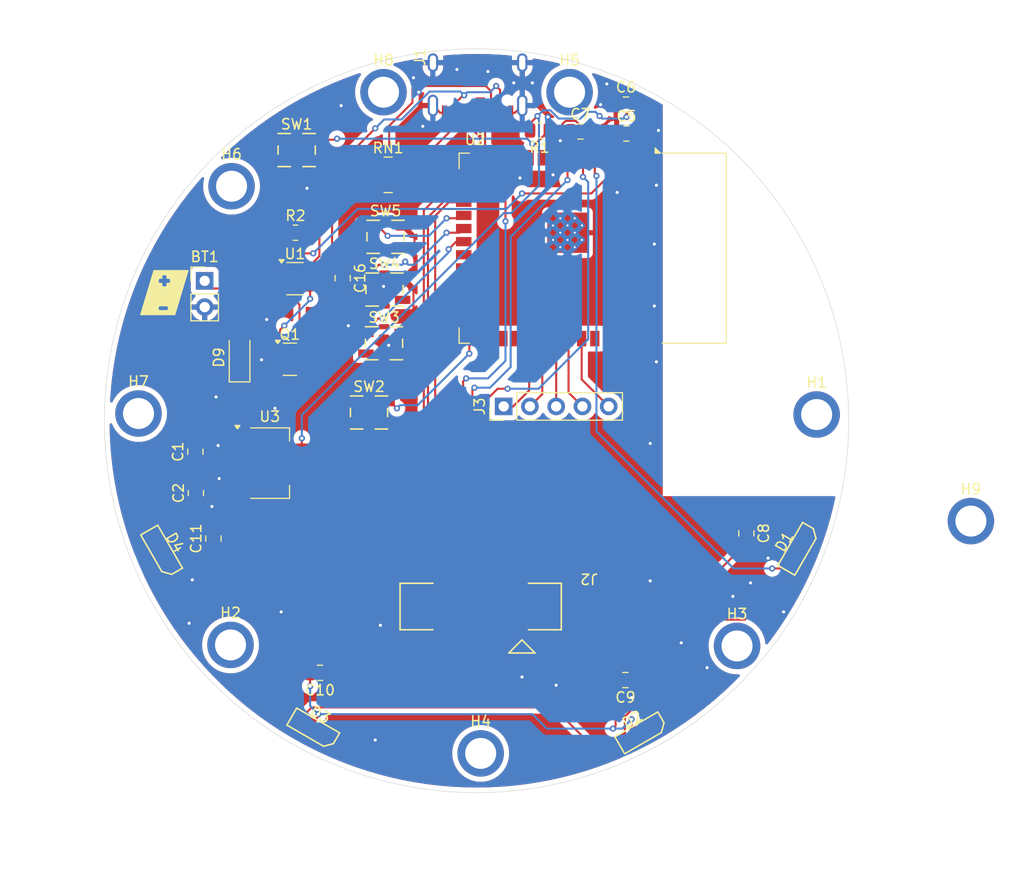
<source format=kicad_pcb>
(kicad_pcb (version 20240108) (generator "pcbnew") (generator_version "8.0")
  (layers (0 "F.Cu" signal) (31 "B.Cu" signal) (34 "B.Paste" user) (35 "F.Paste" user) (36 "B.SilkS" user "B.Silkscreen") (37 "F.SilkS" user "F.Silkscreen") (38 "B.Mask" user) (39 "F.Mask" user) (44 "Edge.Cuts" user))
  (net 0 "")
  (net 1 "VSS")
  (net 2 "Net-(BT1-+)")
  (net 3 "VCC")
  (net 4 "Net-(D9-K)")
  (net 5 "/D+")
  (net 6 "/D-")
  (net 7 "+5V")
  (net 8 "Net-(D1-DOUT)")
  (net 9 "WS2812")
  (net 10 "Net-(D2-DOUT)")
  (net 11 "Net-(D3-DOUT)")
  (net 15 "Net-(J1-CC2)")
  (net 16 "Net-(J1-CC1)")
  (net 17 "MOSI")
  (net 18 "CLK")
  (net 19 "MISO")
  (net 20 "SDA")
  (net 21 "SWIO")
  (net 22 "SCL")
  (net 23 "Net-(U1-PROG)")
  (net 30 "Net-(SW2-B)")
  (net 31 "Center")
  (net 32 "Right")
  (net 33 "Left")
  (net 34 "Charge_Status")
  (net 43 "TX")
  (net 47 "RX")
  (net 51 "Net-(SW1-B)")
  (net 53 "Net-(J3-Pin_4)")
  (net 54 "Net-(J3-Pin_5)")
  (net 55 "Net-(J3-Pin_1)")
  (net 56 "Net-(J3-Pin_3)")
  (net 57 "Net-(J3-Pin_2)")
  (footprint "UL_LED:SK6812SIDE-A-RVS" (layer "F.Cu") (at 96.720433 122.04616 30)
    (property "Reference" "D2")
    (property "Value" "WS2812B")
  )
  (footprint "UL_Standoff:M2ThreadedStandoff" (layer "F.Cu") (at 57.3 69.3)
    (property "Reference" "H6")
    (property "Value" "MountingHole")
  )
  (footprint "UL_Standoff:M2ThreadedStandoff" (layer "F.Cu") (at 128.825 101.715)
    (property "Reference" "H9")
    (property "Value" "MountingHole")
  )
  (footprint "Capacitor_SMD:C_0805_2012Metric" (layer "F.Cu") (at 95.45 61.4)
    (property "Reference" "C6")
    (property "Value" "22uF")
  )
  (footprint "Connector_PinHeader_2.54mm:PinHeader_1x05_P2.54mm_Vertical" (layer "F.Cu") (at 83.625 90.615 90)
    (property "Reference" "J3")
    (property "Value" "Conn_01x05")
  )
  (footprint "UL_Standoff:M2ThreadedStandoff" (layer "F.Cu") (at 72 60.2)
    (property "Reference" "H8")
    (property "Value" "MountingHole")
  )
  (footprint "Capacitor_SMD:C_0805_2012Metric" (layer "F.Cu") (at 95.5 64.2)
    (property "Reference" "C5")
    (property "Value" "100nF")
  )
  (footprint "UL_Buttons:TS3315A" (layer "F.Cu") (at 70.6 91.2)
    (property "Reference" "SW2")
    (property "Value" "SW_SPST")
  )
  (footprint "UL_LED:SK6812SIDE-A-RVS" (layer "F.Cu") (at 50.7 104.45 -60)
    (property "Reference" "D4")
    (property "Value" "WS2812B")
  )
  (footprint "UL_Standoff:M2ThreadedStandoff" (layer "F.Cu") (at 48.3 91.3)
    (property "Reference" "H7")
    (property "Value" "MountingHole")
  )
  (footprint "UL_Standoff:M2ThreadedStandoff" (layer "F.Cu") (at 113.9 91.4)
    (property "Reference" "H1")
    (property "Value" "MountingHole")
  )
  (footprint "Package_TO_SOT_SMD:SOT-223-3_TabPin2" (layer "F.Cu") (at 61 96.1)
    (property "Reference" "U3")
    (property "Value" "TLV1117-33")
  )
  (footprint "UL_LED:SK6812SIDE-A-RVS" (layer "F.Cu") (at 65.244407 121.57116 -30)
    (property "Reference" "D3")
    (property "Value" "WS2812B")
  )
  (footprint "Resistor_SMD:R_0805_2012Metric" (layer "F.Cu") (at 63.4875 73.8)
    (property "Reference" "R2")
    (property "Value" "R_Small")
  )
  (footprint "Capacitor_SMD:C_0805_2012Metric" (layer "F.Cu") (at 65.85 116.4 180)
    (property "Reference" "C10")
    (property "Value" "100nF")
  )
  (footprint "Package_TO_SOT_SMD:SOT-23" (layer "F.Cu") (at 62.9375 86.05)
    (property "Reference" "Q1")
    (property "Value" "AO3401A")
  )
  (footprint "UL_Buttons:TS3315A" (layer "F.Cu") (at 72.05 84.5)
    (property "Reference" "SW3")
    (property "Value" "SW_Push_45deg")
  )
  (footprint "UL_USB:USB_C_Receptical-Jing" (layer "F.Cu") (at 81.1 61.4875 180)
    (property "Reference" "J1")
    (property "Value" "USB_C_Receptacle")
  )
  (footprint "Diode_SMD:D_SOD-123" (layer "F.Cu") (at 58.0775 85.8775 90)
    (property "Reference" "D9")
    (property "Value" "D_Schottky")
  )
  (footprint "Capacitor_SMD:C_0805_2012Metric" (layer "F.Cu") (at 55.55 103.4 90)
    (property "Reference" "C11")
    (property "Value" "100nF")
  )
  (footprint "UL_Standoff:M2ThreadedStandoff" (layer "F.Cu") (at 90 60.2)
    (property "Reference" "H5")
    (property "Value" "MountingHole")
  )
  (footprint "Resistor_SMD:R_Array_Concave_4x0603" (layer "F.Cu") (at 72.45 68.2)
    (property "Reference" "RN1")
    (property "Value" "5.1k")
  )
  (footprint "Package_TO_SOT_SMD:TSOT-23-5" (layer "F.Cu") (at 63.4375 78.25)
    (property "Reference" "U1")
    (property "Value" "LTC4054ES5")
  )
  (footprint "Resistor_SMD:R_0805_2012Metric" (layer "F.Cu") (at 87.0875 63.9 180)
    (property "Reference" "R1")
    (property "Value" "R_Small")
  )
  (footprint "UL_Buttons:TS3315A" (layer "F.Cu") (at 72.1 79.3)
    (property "Reference" "SW4")
    (property "Value" "SW_Push_45deg")
  )
  (footprint "GaussMouse:CON_526100933_MOL" (layer "F.Cu") (at 81.399984 109.982298 180)
    (property "Reference" "J2")
    (property "Value" "Conn_01x09" (hide yes))
  )
  (footprint "UL_LED:SK6812SIDE-A-RVS" (layer "F.Cu") (at 111.9 104.36 60)
    (property "Reference" "D1")
    (property "Value" "WS2812B")
  )
  (footprint "UL_Standoff:M2ThreadedStandoff" (layer "F.Cu") (at 81.4 124.2)
    (property "Reference" "H4")
    (property "Value" "MountingHole")
  )
  (footprint "Connector_PinHeader_2.54mm:PinHeader_1x02_P2.54mm_Vertical" (layer "F.Cu") (at 54.7 78.46)
    (property "Reference" "BT1")
    (property "Value" "Battery_Cell")
  )
  (footprint "kibuzzard-665A311B" (layer "F.Cu") (at 50.8 79.6)
    (property "Reference" "kibuzzard-665A311B" (hide yes))
    (property "Value" "G***" (hide yes))
  )
  (footprint "RF_Module:ESP32-S3-WROOM-1" (layer "F.Cu") (at 92.26 75.3 -90)
    (property "Reference" "U2")
    (property "Value" "ESP32-S3-WROOM-1")
  )
  (footprint "UL_Buttons:TS3315A" (layer "F.Cu") (at 63.6 65.8)
    (property "Reference" "SW1")
    (property "Value" "SW_SPST")
  )
  (footprint "Capacitor_SMD:C_0805_2012Metric" (layer "F.Cu") (at 53.85 99 90)
    (property "Reference" "C2")
    (property "Value" "10uF")
  )
  (footprint "Capacitor_SMD:C_0805_2012Metric" (layer "F.Cu") (at 107.1 102.9 -90)
    (property "Reference" "C8")
    (property "Value" "100nF")
  )
  (footprint "Capacitor_SMD:C_0805_2012Metric" (layer "F.Cu") (at 91.05 64)
    (property "Reference" "C7")
    (property "Value" "100nF")
  )
  (footprint "UL_Buttons:TS3315A" (layer "F.Cu") (at 72.2 74.2)
    (property "Reference" "SW5")
    (property "Value" "SW_Push_45deg")
  )
  (footprint "UL_Standoff:M2ThreadedStandoff" (layer "F.Cu") (at 106.2 113.8)
    (property "Reference" "H3")
    (property "Value" "MountingHole")
  )
  (footprint "Capacitor_SMD:C_0805_2012Metric" (layer "F.Cu") (at 95.4 117.1 180)
    (property "Reference" "C9")
    (property "Value" "100nF")
  )
  (footprint "Capacitor_SMD:C_0805_2012Metric" (layer "F.Cu") (at 53.8 95 90)
    (property "Reference" "C1")
    (property "Value" "10uF")
  )
  (footprint "UL_Standoff:M2ThreadedStandoff" (layer "F.Cu") (at 57.2 113.7)
    (property "Reference" "H2")
    (property "Value" "MountingHole")
  )
  (footprint "Capacitor_SMD:C_0805_2012Metric" (layer "F.Cu") (at 68.05 78.2 -90)
    (property "Reference" "C16")
    (property "Value" "22uF")
  )
  (gr_circle (center 81 92) (end 117 92) (stroke (width 0.05)) (fill none) (layer "Edge.Cuts"))
  (segment (start 73.85 78.3) (end 75 77.15) (width 0.2) (layer "F.Cu") (net 1))
  (segment (start 86.7875 61.4875) (end 85.42 61.4875) (width 0.2) (layer "F.Cu") (net 1))
  (segment (start 74.9 79) (end 74.2 78.3) (width 0.2) (layer "F.Cu") (net 1))
  (segment (start 75 77.15) (end 75 74.25) (width 0.2) (layer "F.Cu") (net 1))
  (segment (start 73.8 83.5) (end 74.9 82.4) (width 0.2) (layer "F.Cu") (net 1))
  (segment (start 53.85 98.05) (end 55.65 98.05) (width 0.2) (layer "F.Cu") (net 1))
  (segment (start 74.2 78.3) (end 73.85 78.3) (width 0.2) (layer "F.Cu") (net 1))
  (segment (start 89.2 64.9) (end 90.1 64) (width 0.2) (layer "F.Cu") (net 1))
  (segment (start 75 74.25) (end 73.95 73.2) (width 0.2) (layer "F.Cu") (net 1))
  (segment (start 94.5 61.4) (end 93 61.4) (width 0.2) (layer "F.Cu") (net 1))
  (segment (start 55.65 98.05) (end 56.1 97.6) (width 0.2) (layer "F.Cu") (net 1))
  (segment (start 84.175 62.1875) (end 84.72 62.1875) (width 0.2) (layer "F.Cu") (net 1))
  (segment (start 78.025 62.1875) (end 77.775 62.1875) (width 0.2) (layer "F.Cu") (net 1))
  (segment (start 77.775 62.1875) (end 77.48 62.1875) (width 0.2) (layer "F.Cu") (net 1))
  (segment (start 74.9 82.4) (end 74.9 79) (width 0.2) (layer "F.Cu") (net 1))
  (segment (start 84.72 62.1875) (end 85.42 61.4875) (width 0.2) (layer "F.Cu") (net 1))
  (segment (start 94.55 61.45) (end 94.5 61.4) (width 0.2) (layer "F.Cu") (net 1))
  (segment (start 77.48 62.1875) (end 76.78 61.4875) (width 0.2) (layer "F.Cu") (net 1))
  (segment (start 87.9 62.6) (end 86.7875 61.4875) (width 0.2) (layer "F.Cu") (net 1))
  (segment (start 94.55 64.2) (end 94.55 61.45) (width 0.2) (layer "F.Cu") (net 1))
  (segment (start 89.1 64.9) (end 89.2 64.9) (width 0.2) (layer "F.Cu") (net 1))
  (via (at 98.6 63.9) (size 0.6) (drill 0.3) (layers "F.Cu" "B.Cu") (net 1))
  (via (at 103.3 115.9) (size 0.6) (drill 0.3) (layers "F.Cu" "B.Cu") (net 1))
  (via (at 75.8 63.5) (size 0.6) (drill 0.3) (layers "F.Cu" "B.Cu") (net 1))
  (via (at 60.2 86.1) (size 0.6) (drill 0.3) (layers "F.Cu" "B.Cu") (net 1))
  (via (at 82.1 58.2) (size 0.6) (drill 0.3) (layers "F.Cu" "B.Cu") (net 1))
  (via (at 89.1 64.9) (size 0.6) (drill 0.3) (layers "F.Cu" "B.Cu") (net 1))
  (via (at 97.8 107.5) (size 0.6) (drill 0.3) (layers "F.Cu" "B.Cu") (net 1))
  (via (at 88.7 117.6) (size 0.6) (drill 0.3) (layers "F.Cu" "B.Cu") (net 1))
  (via (at 72.5 84.7) (size 0.6) (drill 0.3) (layers "F.Cu" "B.Cu") (net 1))
  (via (at 93.6 59.4) (size 0.6) (drill 0.3) (layers "F.Cu" "B.Cu") (net 1))
  (via (at 61.5 90.8) (size 0.6) (drill 0.3) (layers "F.Cu" "B.Cu") (net 1))
  (via (at 93 61.4) (size 0.6) (drill 0.3) (layers "F.Cu" "B.Cu") (net 1))
  (via (at 87.9 62.6) (size 0.6) (drill 0.3) (layers "F.Cu" "B.Cu") (net 1))
  (via (at 100.8 113.5) (size 0.6) (drill 0.3) (layers "F.Cu" "B.Cu") (net 1))
  (via (at 85.2 68.5) (size 0.6) (drill 0.3) (layers "F.Cu" "B.Cu") (net 1))
  (via (at 53.5 107.4) (size 0.6) (drill 0.3) (layers "F.Cu" "B.Cu") (net 1))
  (via (at 107.5 107.7) (size 0.6) (drill 0.3) (layers "F.Cu" "B.Cu") (net 1))
  (via (at 98.4 69.2) (size 0.6) (drill 0.3) (layers "F.Cu" "B.Cu") (net 1))
  (via (at 105.8 109) (size 0.6) (drill 0.3) (layers "F.Cu" "B.Cu") (net 1))
  (via (at 72 79) (size 0.6) (drill 0.3) (layers "F.Cu" "B.Cu") (net 1))
  (via (at 71.7 111.8) (size 0.6) (drill 0.3) (layers "F.Cu" "B.Cu") (net 1))
  (via (at 71.2 122.9) (size 0.6) (drill 0.3) (layers "F.Cu" "B.Cu") (net 1))
  (via (at 55.8 89.7) (size 0.6) (drill 0.3) (layers "F.Cu" "B.Cu") (net 1))
  (via (at 75.4 60.2) (size 0.6) (drill 0.3) (layers "F.Cu" "B.Cu") (net 1))
  (via (at 109.2 105.3) (size 0.6) (drill 0.3) (layers "F.Cu" "B.Cu") (net 1))
  (via (at 84.6 59.3) (size 0.6) (drill 0.3) (layers "F.Cu" "B.Cu") (net 1))
  (via (at 53.2 111.6) (size 0.6) (drill 0.3) (layers "F.Cu" "B.Cu") (net 1))
  (via (at 74.9 58.8) (size 0.6) (drill 0.3) (layers "F.Cu" "B.Cu") (net 1))
  (via (at 67.9 61.5) (size 0.6) (drill 0.3) (layers "F.Cu" "B.Cu") (net 1))
  (via (at 86.4 59.3) (size 0.6) (drill 0.3) (layers "F.Cu" "B.Cu") (net 1))
  (via (at 98.4 86.3) (size 0.6) (drill 0.3) (layers "F.Cu" "B.Cu") (net 1))
  (via (at 96 118.8) (size 0.6) (drill 0.3) (layers "F.Cu" "B.Cu") (net 1))
  (via (at 55.4 100.3) (size 0.6) (drill 0.3) (layers "F.Cu" "B.Cu") (net 1))
  (via (at 56.1 97.6) (size 0.6) (drill 0.3) (layers "F.Cu" "B.Cu") (net 1))
  (via (at 60.7 82.2) (size 0.6) (drill 0.3) (layers "F.Cu" "B.Cu") (net 1))
  (via (at 88.4 68.2) (size 0.6) (drill 0.3) (layers "F.Cu" "B.Cu") (net 1))
  (via (at 62.1 110.5) (size 0.6) (drill 0.3) (layers "F.Cu" "B.Cu") (net 1))
  (via (at 98.2 74.9) (size 0.6) (drill 0.3) (layers "F.Cu" "B.Cu") (net 1))
  (via (at 68.6 82.8) (size 0.6) (drill 0.3) (layers "F.Cu" "B.Cu") (net 1))
  (via (at 94.6 69.9) (size 0.6) (drill 0.3) (layers "F.Cu" "B.Cu") (net 1))
  (via (at 110.7 110.5) (size 0.6) (drill 0.3) (layers "F.Cu" "B.Cu") (net 1))
  (via (at 97.8 94.2) (size 0.6) (drill 0.3) (layers "F.Cu" "B.Cu") (net 1))
  (via (at 56 94.4) (size 0.6) (drill 0.3) (layers "F.Cu" "B.Cu") (net 1))
  (via (at 85.4 116.8) (size 0.6) (drill 0.3) (layers "F.Cu" "B.Cu") (net 1))
  (via (at 79.1 58) (size 0.6) (drill 0.3) (layers "F.Cu" "B.Cu") (net 1))
  (via (at 98.2 80.9) (size 0.6) (drill 0.3) (layers "F.Cu" "B.Cu") (net 1))
  (via (at 64.6 69.5) (size 0.6) (drill 0.3) (layers "F.Cu" "B.Cu") (net 1))
  (segment (start 94.2 59.4) (end 93.6 59.4) (width 0.2) (layer "B.Cu") (net 1))
  (segment (start 98.6 63.8) (end 94.2 59.4) (width 0.2) (layer "B.Cu") (net 1))
  (segment (start 98.6 63.9) (end 98.6 63.8) (width 0.2) (layer "B.Cu") (net 1))
  (segment (start 89.1 64.9) (end 89.1 63.8) (width 0.2) (layer "B.Cu") (net 1))
  (segment (start 89.1 63.8) (end 87.9 62.6) (width 0.2) (layer "B.Cu") (net 1))
  (segment (start 63.875 86.05) (end 63.875 80.775) (width 0.2) (layer "F.Cu") (net 2))
  (segment (start 63.875 80.775) (end 62.3 79.2) (width 0.2) (layer "F.Cu") (net 2))
  (segment (start 54.7 78.46) (end 55.44 79.2) (width 0.2) (layer "F.Cu") (net 2))
  (segment (start 55.44 79.2) (end 62.3 79.2) (width 0.2) (layer "F.Cu") (net 2))
  (segment (start 50.53366 104.141892) (end 52.225552 102.45) (width 0.2) (layer "F.Cu") (net 3))
  (segment (start 94.45 117.1) (end 94.45 121.55) (width 0.2) (layer "F.Cu") (net 3))
  (segment (start 64.1 93.7) (end 64.1 96.05) (width 0.2) (layer "F.Cu") (net 3))
  (segment (start 58.2 102.3) (end 64.9 109) (width 0.2) (layer "F.Cu") (net 3))
  (segment (start 86.175 63.225) (end 86.89038 62.50962) (width 0.2) (layer "F.Cu") (net 3))
  (segment (start 86.175 63.9) (end 86.175 63.225) (width 0.2) (layer "F.Cu") (net 3))
  (segment (start 64.9 116.4) (end 64.9 117.7) (width 0.2) (layer "F.Cu") (net 3))
  (segment (start 85.399969 108.057298) (end 85.407298 108.057298) (width 0.2) (layer "F.Cu") (net 3))
  (segment (start 65.7 120.633798) (end 64.946298 121.3875) (width 0.2) (layer "F.Cu") (net 3))
  (segment (start 85.407298 108.057298) (end 94.45 117.1) (width 0.2) (layer "F.Cu") (net 3))
  (segment (start 64.1 96.05) (end 64.15 96.1) (width 0.2) (layer "F.Cu") (net 3))
  (segment (start 64.15 96.1) (end 57.85 96.1) (width 0.2) (layer "F.Cu") (net 3))
  (segment (start 95.5 62.6) (end 95.5 62.3) (width 0.2) (layer "F.Cu") (net 3))
  (segment (start 64.15 96.1) (end 64.15 96.35) (width 0.2) (layer "F.Cu") (net 3))
  (segment (start 96.25 66.55) (end 96.4 66.4) (width 0.2) (layer "F.Cu") (net 3))
  (segment (start 94.45 117.1) (end 94.45 116.5) (width 0.2) (layer "F.Cu") (net 3))
  (segment (start 96 121.800176) (end 96.412324 122.2125) (width 0.2) (layer "F.Cu") (net 3))
  (segment (start 110.908231 103.85) (end 111.71634 104.658109) (width 0.2) (layer "F.Cu") (net 3))
  (segment (start 64.15 96.35) (end 58.2 102.3) (width 0.2) (layer "F.Cu") (net 3))
  (segment (start 52.225552 102.45) (end 55.55 102.45) (width 0.2) (layer "F.Cu") (net 3))
  (segment (start 57.85 96.1) (end 53.95 96.1) (width 0.2) (layer "F.Cu") (net 3))
  (segment (start 96 120.9) (end 96 121.800176) (width 0.2) (layer "F.Cu") (net 3))
  (segment (start 64.9 109) (end 64.9 116.4) (width 0.2) (layer "F.Cu") (net 3))
  (segment (start 107.1 103.85) (end 110.908231 103.85) (width 0.2) (layer "F.Cu") (net 3))
  (segment (start 94.45 121.55) (end 94.2 121.8) (width 0.2) (layer "F.Cu") (net 3))
  (segment (start 95.5 62.3) (end 96.4 61.4) (width 0.2) (layer "F.Cu") (net 3))
  (segment (start 94.45 116.5) (end 107.1 103.85) (width 0.2) (layer "F.Cu") (net 3))
  (segment (start 53.95 96.1) (end 53.8 95.95) (width 0.2) (layer "F.Cu") (net 3))
  (segment (start 58.2 102.3) (end 58.05 102.45) (width 0.2) (layer "F.Cu") (net 3))
  (segment (start 65.7 120.4) (end 65.7 120.633798) (width 0.2) (layer "F.Cu") (net 3))
  (segment (start 96.4 66.4) (end 96.4 61.4) (width 0.2) (layer "F.Cu") (net 3))
  (segment (start 58.05 102.45) (end 55.55 102.45) (width 0.2) (layer "F.Cu") (net 3))
  (via (at 94.2 121.8) (size 0.6) (drill 0.3) (layers "F.Cu" "B.Cu") (net 3))
  (via (at 64.9 117.7) (size 0.6) (drill 0.3) (layers "F.Cu" "B.Cu") (net 3))
  (via (at 65.7 120.4) (size 0.6) (drill 0.3) (layers "F.Cu" "B.Cu") (net 3))
  (via (at 86.89038 62.50962) (size 0.6) (drill 0.3) (layers "F.Cu" "B.Cu") (net 3))
  (via (at 92.9 62.5) (size 0.6) (drill 0.3) (layers "F.Cu" "B.Cu") (net 3))
  (via (at 95.5 62.6) (size 0.6) (drill 0.3) (layers "F.Cu" "B.Cu") (net 3))
  (via (at 64.1 93.7) (size 0.6) (drill 0.3) (layers "F.Cu" "B.Cu") (net 3))
  (via (at 96 120.9) (size 0.6) (drill 0.3) (layers "F.Cu" "B.Cu") (net 3))
  (segment (start 86.4 120.4) (end 87.8 121.8) (width 0.2) (layer "B.Cu") (net 3))
  (segment (start 88.143755 61.95) (end 87.45 61.95) (width 0.2) (layer "B.Cu") (net 3))
  (segment (start 64.1 93.7) (end 64.1 91.434314) (width 0.2) (layer "B.Cu") (net 3))
  (segment (start 83.634314 71.9) (end 84.365686 71.9) (width 0.2) (layer "B.Cu") (net 3))
  (segment (start 91.706245 62.1) (end 91.056245 62.75) (width 0.2) (layer "B.Cu") (net 3))
  (segment (start 64.9 119.6) (end 65.7 120.4) (width 0.2) (layer "B.Cu") (net 3))
  (segment (start 84.365686 71.9) (end 87.04038 69.225306) (width 0.2) (layer "B.Cu") (net 3))
  (segment (start 88.943755 62.75) (end 88.143755 61.95) (width 0.2) (layer "B.Cu") (net 3))
  (segment (start 95.35 62.75) (end 95.5 62.6) (width 0.2) (layer "B.Cu") (net 3))
  (segment (start 92.5 62.1) (end 91.706245 62.1) (width 0.2) (layer "B.Cu") (net 3))
  (segment (start 87.04038 69.225306) (end 87.04038 62.65962) (width 0.2) (layer "B.Cu") (net 3))
  (segment (start 87.45 61.95) (end 86.89038 62.50962) (width 0.2) (layer "B.Cu") (net 3))
  (segment (start 64.1 91.434314) (end 83.634314 71.9) (width 0.2) (layer "B.Cu") (net 3))
  (segment (start 93.15 62.75) (end 95.35 62.75) (width 0.2) (layer "B.Cu") (net 3))
  (segment (start 87.04038 62.65962) (end 86.89038 62.50962) (width 0.2) (layer "B.Cu") (net 3))
  (segment (start 95.1 121.8) (end 96 120.9) (width 0.2) (layer "B.Cu") (net 3))
  (segment (start 65.7 120.4) (end 86.4 120.4) (width 0.2) (layer "B.Cu") (net 3))
  (segment (start 64.9 117.7) (end 64.9 119.6) (width 0.2) (layer "B.Cu") (net 3))
  (segment (start 92.9 62.5) (end 92.5 62.1) (width 0.2) (layer "B.Cu") (net 3))
  (segment (start 91.056245 62.75) (end 88.943755 62.75) (width 0.2) (layer "B.Cu") (net 3))
  (segment (start 87.8 121.8) (end 95.1 121.8) (width 0.2) (layer "B.Cu") (net 3))
  (segment (start 92.9 62.5) (end 93.15 62.75) (width 0.2) (layer "B.Cu") (net 3))
  (segment (start 61.4725 87.5275) (end 58.0775 87.5275) (width 0.2) (layer "F.Cu") (net 4))
  (segment (start 57.85 98.4) (end 57.8 98.45) (width 0.2) (layer "F.Cu") (net 4))
  (segment (start 62 87) (end 61.4725 87.5275) (width 0.2) (layer "F.Cu") (net 4))
  (segment (start 55.35 98.45) (end 53.85 99.95) (width 0.2) (layer "F.Cu") (net 4))
  (segment (start 51.8 90.8) (end 55.0725 87.5275) (width 0.2) (layer "F.Cu") (net 4))
  (segment (start 55.0725 87.5275) (end 58.0775 87.5275) (width 0.2) (layer "F.Cu") (net 4))
  (segment (start 51.8 99.1) (end 51.8 90.8) (width 0.2) (layer "F.Cu") (net 4))
  (segment (start 52.65 99.95) (end 51.8 99.1) (width 0.2) (layer "F.Cu") (net 4))
  (segment (start 53.85 99.95) (end 52.65 99.95) (width 0.2) (layer "F.Cu") (net 4))
  (segment (start 57.8 98.45) (end 55.35 98.45) (width 0.2) (layer "F.Cu") (net 4))
  (segment (start 81.375 64.6) (end 81.375 66.185) (width 0.2) (layer "F.Cu") (net 5))
  (segment (start 80.35 62.1875) (end 80.35 63.575) (width 0.2) (layer "F.Cu") (net 5))
  (segment (start 81.375 63.262501) (end 81.375 64.6) (width 0.2) (layer "F.Cu") (net 5))
  (segment (start 81.35 63.237501) (end 81.375 63.262501) (width 0.2) (layer "F.Cu") (net 5))
  (segment (start 81.375 66.185) (end 81.01 66.55) (width 0.2) (layer "F.Cu") (net 5))
  (segment (start 80.35 63.575) (end 81.375 64.6) (width 0.2) (layer "F.Cu") (net 5))
  (segment (start 81.35 62.1875) (end 81.35 63.237501) (width 0.2) (layer "F.Cu") (net 5))
  (segment (start 81.825 66.095) (end 82.28 66.55) (width 0.2) (layer "F.Cu") (net 6))
  (segment (start 81.85 62.1875) (end 81.85 63.237501) (width 0.2) (layer "F.Cu") (net 6))
  (segment (start 81 60.8) (end 81.7 60.8) (width 0.2) (layer "F.Cu") (net 6))
  (segment (start 81.825 63.262501) (end 81.825 66.095) (width 0.2) (layer "F.Cu") (net 6))
  (segment (start 80.85 60.95) (end 81 60.8) (width 0.2) (layer "F.Cu") (net 6))
  (segment (start 81.7 60.8) (end 81.85 60.95) (width 0.2) (layer "F.Cu") (net 6))
  (segment (start 81.85 60.95) (end 81.85 62.1875) (width 0.2) (layer "F.Cu") (net 6))
  (segment (start 80.85 62.1875) (end 80.85 60.95) (width 0.2) (layer "F.Cu") (net 6))
  (segment (start 78.575 62.1875) (end 78.575 61.625) (width 0.2) (layer "F.Cu") (net 7))
  (segment (start 58.95 85.1) (end 58.0775 84.2275) (width 0.2) (layer "F.Cu") (net 7))
  (segment (start 82.9 59.6) (end 83.275 59.975) (width 0.2) (layer "F.Cu") (net 7))
  (segment (start 79.7 60.5) (end 79.8 60.5) (width 0.2) (layer "F.Cu") (net 7))
  (segment (start 68.05 79.15) (end 67.025 78.125) (width 0.2) (layer "F.Cu") (net 7))
  (segment (start 83.275 59.975) (end 83.275 62.0875) (width 0.2) (layer "F.Cu") (net 7))
  (segment (start 67.025 78.125) (end 67.025 67.875) (width 0.2) (layer "F.Cu") (net 7))
  (segment (start 62 85.1) (end 62 83.2) (width 0.2) (layer "F.Cu") (net 7))
  (segment (start 64.575 79.2) (end 68 79.2) (width 0.2) (layer "F.Cu") (net 7))
  (segment (start 67.025 67.875) (end 71.2 63.7) (width 0.2) (layer "F.Cu") (net 7))
  (segment (start 64.9 79.525) (end 64.575 79.2) (width 0.2) (layer "F.Cu") (net 7))
  (segment (start 62 83.2) (end 62.4 82.8) (width 0.2) (layer "F.Cu") (net 7))
  (segment (start 64.9 80.2) (end 64.9 79.525) (width 0.2) (layer "F.Cu") (net 7))
  (segment (start 78.575 62.1875) (end 78.825 62.1875) (width 0.2) (layer "F.Cu") (net 7))
  (segment (start 68 79.2) (end 68.05 79.15) (width 0.2) (layer "F.Cu") (net 7))
  (segment (start 78.575 61.625) (end 79.7 60.5) (width 0.2) (layer "F.Cu") (net 7))
  (segment (start 62 85.1) (end 58.95 85.1) (width 0.2) (layer "F.Cu") (net 7))
  (segment (start 83.275 62.0875) (end 83.375 62.1875) (width 0.2) (layer "F.Cu") (net 7))
  (via (at 62.4 82.8) (size 0.6) (drill 0.3) (layers "F.Cu" "B.Cu") (net 7))
  (via (at 79.8 60.5) (size 0.6) (drill 0.3) (layers "F.Cu" "B.Cu") (net 7))
  (via (at 64.9 80.2) (size 0.6) (drill 0.3) (layers "F.Cu" "B.Cu") (net 7))
  (via (at 71.2 63.7) (size 0.6) (drill 0.3) (layers "F.Cu" "B.Cu") (net 7))
  (via (at 82.9 59.6) (size 0.6) (drill 0.3) (layers "F.Cu" "B.Cu") (net 7))
  (segment (start 71.2 63.7) (end 72.0625 62.8375) (width 0.2) (layer "B.Cu") (net 7))
  (segment (start 72.0625 62.8375) (end 73.748629 62.8375) (width 0.2) (layer "B.Cu") (net 7))
  (segment (start 62.4 82.8) (end 64.9 80.3) (width 0.2) (layer "B.Cu") (net 7))
  (segment (start 64.9 80.3) (end 64.9 80.2) (width 0.2) (layer "B.Cu") (net 7))
  (segment (start 76.448629 60.1375) (end 79.4375 60.1375) (width 0.2) (layer "B.Cu") (net 7))
  (segment (start 73.748629 62.8375) (end 76.448629 60.1375) (width 0.2) (layer "B.Cu") (net 7))
  (segment (start 79.8 60.5) (end 80.1 60.2) (width 0.2) (layer "B.Cu") (net 7))
  (segment (start 80.1 60.2) (end 82.3 60.2) (width 0.2) (layer "B.Cu") (net 7))
  (segment (start 79.4375 60.1375) (end 79.8 60.5) (width 0.2) (layer "B.Cu") (net 7))
  (segment (start 82.3 60.2) (end 82.9 59.6) (width 0.2) (layer "B.Cu") (net 7))
  (segment (start 112.710955 104.252548) (end 112.710955 105.489045) (width 0.2) (layer "F.Cu") (net 8))
  (segment (start 112.22884 103.770433) (end 112.710955 104.252548) (width 0.2) (layer "F.Cu") (net 8))
  (segment (start 95.35 122.686954) (end 95.438046 122.775) (width 0.2) (layer "F.Cu") (net 8))
  (segment (start 106.95 111.25) (end 104.730761 111.25) (width 0.2) (layer "F.Cu") (net 8))
  (segment (start 95.35 120.630761) (end 95.35 122.686954) (width 0.2) (layer "F.Cu") (net 8))
  (segment (start 104.730761 111.25) (end 95.35 120.630761) (width 0.2) (layer "F.Cu") (net 8))
  (segment (start 112.710955 105.489045) (end 106.95 111.25) (width 0.2) (layer "F.Cu") (net 8))
  (segment (start 110.486227 106.3) (end 111.15384 105.632387) (width 0.2) (layer "F.Cu") (net 9))
  (segment (start 92.44 68.14) (end 92.6 68.3) (width 0.2) (layer "F.Cu") (net 9))
  (segment (start 92.44 66.55) (end 92.44 68.14) (width 0.2) (layer "F.Cu") (net 9))
  (segment (start 109.6 106.3) (end 110.486227 106.3) (width 0.2) (layer "F.Cu") (net 9))
  (via (at 92.6 68.3) (size 0.6) (drill 0.3) (layers "F.Cu" "B.Cu") (net 9))
  (via (at 109.6 106.3) (size 0.6) (drill 0.3) (layers "F.Cu" "B.Cu") (net 9))
  (segment (start 105.868578 106.3) (end 109.6 106.3) (width 0.2) (layer "B.Cu") (net 9))
  (segment (start 92.6 68.3) (end 92.6 93.031422) (width 0.2) (layer "B.Cu") (net 9))
  (segment (start 92.6 93.031422) (end 105.868578 106.3) (width 0.2) (layer "B.Cu") (net 9))
  (segment (start 65.04702 119.75) (end 63.97202 120.825) (width 0.2) (layer "F.Cu") (net 10))
  (segment (start 92.5 123.8) (end 88.45 119.75) (width 0.2) (layer "F.Cu") (net 10))
  (segment (start 97.3 121.7) (end 97.315433 121.715433) (width 0.2) (layer "F.Cu") (net 10))
  (segment (start 88.45 119.75) (end 65.04702 119.75) (width 0.2) (layer "F.Cu") (net 10))
  (segment (start 96.489687 123.8) (end 92.5 123.8) (width 0.2) (layer "F.Cu") (net 10))
  (segment (start 97.315433 122.974254) (end 96.489687 123.8) (width 0.2) (layer "F.Cu") (net 10))
  (segment (start 97.315433 121.715433) (end 97.315433 122.974254) (width 0.2) (layer "F.Cu") (net 10))
  (segment (start 59.190256 109.5) (end 52.5 109.5) (width 0.2) (layer "F.Cu") (net 11))
  (segment (start 64.184599 122.382115) (end 61.3 119.497516) (width 0.2) (layer "F.Cu") (net 11))
  (segment (start 65.833974 121.9) (end 65.351859 122.382115) (width 0.2) (layer "F.Cu") (net 11))
  (segment (start 48.8 105.8) (end 48.8 104.338773) (width 0.2) (layer "F.Cu") (net 11))
  (segment (start 52.5 109.5) (end 48.8 105.8) (width 0.2) (layer "F.Cu") (net 11))
  (segment (start 48.8 104.338773) (end 49.971161 103.167612) (width 0.2) (layer "F.Cu") (net 11))
  (segment (start 61.3 111.609744) (end 59.190256 109.5) (width 0.2) (layer "F.Cu") (net 11))
  (segment (start 65.351859 122.382115) (end 64.184599 122.382115) (width 0.2) (layer "F.Cu") (net 11))
  (segment (start 61.3 119.497516) (end 61.3 111.609744) (width 0.2) (layer "F.Cu") (net 11))
  (segment (start 79.35 63.0875) (end 75.4375 67) (width 0.2) (layer "F.Cu") (net 15))
  (segment (start 75.4375 67) (end 73.3 67) (width 0.2) (layer "F.Cu") (net 15))
  (segment (start 79.35 62.1875) (end 79.35 63.0875) (width 0.2) (layer "F.Cu") (net 15))
  (segment (start 72.55 67.5) (end 72.85 67.8) (width 0.2) (layer "F.Cu") (net 16))
  (segment (start 82.4 60.1) (end 81.9 59.6) (width 0.2) (layer "F.Cu") (net 16))
  (segment (start 72.85 67.8) (end 73.3 67.8) (width 0.2) (layer "F.Cu") (net 16))
  (segment (start 72.55 63.45) (end 72.55 67.5) (width 0.2) (layer "F.Cu") (net 16))
  (segment (start 81.9 59.6) (end 74.9 59.6) (width 0.2) (layer "F.Cu") (net 16))
  (segment (start 82.35 62.1875) (end 82.35 61.196815) (width 0.2) (layer "F.Cu") (net 16))
  (segment (start 74.9 59.6) (end 74.8 59.7) (width 0.2) (layer "F.Cu") (net 16))
  (segment (start 74.8 61.2) (end 72.55 63.45) (width 0.2) (layer "F.Cu") (net 16))
  (segment (start 82.35 61.196815) (end 82.4 61.146815) (width 0.2) (layer "F.Cu") (net 16))
  (segment (start 74.8 59.7) (end 74.8 61.2) (width 0.2) (layer "F.Cu") (net 16))
  (segment (start 82.4 61.146815) (end 82.4 60.1) (width 0.2) (layer "F.Cu") (net 16))
  (segment (start 77 72.165686) (end 78.310686 70.855) (width 0.2) (layer "F.Cu") (net 17))
  (segment (start 77 90.8) (end 77 72.165686) (width 0.2) (layer "F.Cu") (net 17))
  (segment (start 81.399984 95.199984) (end 77 90.8) (width 0.2) (layer "F.Cu") (net 17))
  (segment (start 81.399984 108.057298) (end 81.399984 95.199984) (width 0.2) (layer "F.Cu") (net 17))
  (segment (start 78.310686 70.855) (end 79.76 70.855) (width 0.2) (layer "F.Cu") (net 17))
  (segment (start 79.7 92.934314) (end 79.7 88.2) (width 0.2) (layer "F.Cu") (net 18))
  (segment (start 81.999984 95.234298) (end 79.7 92.934314) (width 0.2) (layer "F.Cu") (net 18))
  (segment (start 83.8 72.7) (end 83.8 66.8) (width 0.2) (layer "F.Cu") (net 18))
  (segment (start 83.8 66.8) (end 83.55 66.55) (width 0.2) (layer "F.Cu") (net 18))
  (segment (start 82.399968 108.057298) (end 81.999984 107.657314) (width 0.2) (layer "F.Cu") (net 18))
  (segment (start 81.999984 107.657314) (end 81.999984 95.234298) (width 0.2) (layer "F.Cu") (net 18))
  (segment (start 79.7 88.2) (end 80 87.9) (width 0.2) (layer "F.Cu") (net 18))
  (via (at 80 87.9) (size 0.6) (drill 0.3) (layers "F.Cu" "B.Cu") (net 18))
  (via (at 83.8 72.7) (size 0.6) (drill 0.3) (layers "F.Cu" "B.Cu") (net 18))
  (segment (start 83.8 72.7) (end 83.8 86.2) (width 0.2) (layer "B.Cu") (net 18))
  (segment (start 82.1 87.9) (end 80 87.9) (width 0.2) (layer "B.Cu") (net 18))
  (segment (start 83.8 86.2) (end 82.1 87.9) (width 0.2) (layer "B.Cu") (net 18))
  (segment (start 89.8 68.7) (end 89.8 66.65) (width 0.2) (layer "F.Cu") (net 19))
  (segment (start 82.999968 107.657298) (end 82.999968 95.668596) (width 0.2) (layer "F.Cu") (net 19))
  (segment (start 82.999968 95.668596) (end 80.6 93.268628) (width 0.2) (layer "F.Cu") (net 19))
  (segment (start 80.6 93.268628) (end 80.6 89) (width 0.2) (layer "F.Cu") (net 19))
  (segment (start 89.8 66.65) (end 89.9 66.55) (width 0.2) (layer "F.Cu") (net 19))
  (segment (start 83.399968 108.057298) (end 82.999968 107.657298) (width 0.2) (layer "F.Cu") (net 19))
  (segment (start 80.6 89) (end 80.8 88.8) (width 0.2) (layer "F.Cu") (net 19))
  (via (at 89.8 68.7) (size 0.6) (drill 0.3) (layers "F.Cu" "B.Cu") (net 19))
  (via (at 80.8 88.8) (size 0.6) (drill 0.3) (layers "F.Cu" "B.Cu") (net 19))
  (segment (start 82.3 88.8) (end 80.8 88.8) (width 0.2) (layer "B.Cu") (net 19))
  (segment (start 84.3 86.8) (end 82.3 88.8) (width 0.2) (layer "B.Cu") (net 19))
  (segment (start 84.3 74.2) (end 84.3 86.8) (width 0.2) (layer "B.Cu") (net 19))
  (segment (start 89.8 68.7) (end 84.3 74.2) (width 0.2) (layer "B.Cu") (net 19))
  (segment (start 78.399968 108.057298) (end 78.399968 94.299968) (width 0.2) (layer "F.Cu") (net 20))
  (segment (start 75.9 71.645) (end 79.23 68.315) (width 0.2) (layer "F.Cu") (net 20))
  (segment (start 79.23 68.315) (end 79.76 68.315) (width 0.2) (layer "F.Cu") (net 20))
  (segment (start 75.9 91.8) (end 75.9 71.645) (width 0.2) (layer "F.Cu") (net 20))
  (segment (start 78.399968 94.299968) (end 75.9 91.8) (width 0.2) (layer "F.Cu") (net 20))
  (segment (start 84 88.9) (end 83.04 88.9) (width 0.2) (layer "F.Cu") (net 21))
  (segment (start 82 89.94) (end 82 93.1) (width 0.2) (layer "F.Cu") (net 21))
  (segment (start 83.04 88.9) (end 82 89.94) (width 0.2) (layer "F.Cu") (net 21))
  (segment (start 91.3 66.68) (end 91.17 66.55) (width 0.2) (layer "F.Cu") (net 21))
  (segment (start 84.399968 95.499968) (end 84.399968 108.057298) (width 0.2) (layer "F.Cu") (net 21))
  (segment (start 91.3 68.4) (end 91.3 66.68) (width 0.2) (layer "F.Cu") (net 21))
  (segment (start 82 93.1) (end 84.399968 95.499968) (width 0.2) (layer "F.Cu") (net 21))
  (via (at 84 88.9) (size 0.6) (drill 0.3) (layers "F.Cu" "B.Cu") (net 21))
  (via (at 91.3 68.4) (size 0.6) (drill 0.3) (layers "F.Cu" "B.Cu") (net 21))
  (segment (start 87 88.9) (end 91.8 84.1) (width 0.2) (layer "B.Cu") (net 21))
  (segment (start 84 88.9) (end 87 88.9) (width 0.2) (layer "B.Cu") (net 21))
  (segment (start 91.8 68.9) (end 91.3 68.4) (width 0.2) (layer "B.Cu") (net 21))
  (segment (start 91.8 84.1) (end 91.8 68.9) (width 0.2) (layer "B.Cu") (net 21))
  (segment (start 79.399968 108.057298) (end 79.399968 94.499968) (width 0.2) (layer "F.Cu") (net 22))
  (segment (start 79.015 69.585) (end 79.76 69.585) (width 0.2) (layer "F.Cu") (net 22))
  (segment (start 76.3 91.4) (end 76.3 72.3) (width 0.2) (layer "F.Cu") (net 22))
  (segment (start 76.3 72.3) (end 79.015 69.585) (width 0.2) (layer "F.Cu") (net 22))
  (segment (start 79.399968 94.499968) (end 76.3 91.4) (width 0.2) (layer "F.Cu") (net 22))
  (segment (start 65.8 74.2) (end 65.8 76.075) (width 0.2) (layer "F.Cu") (net 23))
  (segment (start 65.4 73.8) (end 65.8 74.2) (width 0.2) (layer "F.Cu") (net 23))
  (segment (start 65.8 76.075) (end 64.575 77.3) (width 0.2) (layer "F.Cu") (net 23))
  (segment (start 64.4 73.8) (end 65.4 73.8) (width 0.2) (layer "F.Cu") (net 23))
  (segment (start 80.3 85.5) (end 80.3 84.76) (width 0.2) (layer "F.Cu") (net 30))
  (segment (start 72.7 90.2) (end 73.3 90.8) (width 0.2) (layer "F.Cu") (net 30))
  (segment (start 80.3 84.76) (end 81.01 84.05) (width 0.2) (layer "F.Cu") (net 30))
  (segment (start 72.35 90.2) (end 72.7 90.2) (width 0.2) (layer "F.Cu") (net 30))
  (via (at 80.3 85.5) (size 0.6) (drill 0.3) (layers "F.Cu" "B.Cu") (net 30))
  (via (at 73.3 90.8) (size 0.6) (drill 0.3) (layers "F.Cu" "B.Cu") (net 30))
  (segment (start 75.3 90.5) (end 80.3 85.5) (width 0.2) (layer "B.Cu") (net 30))
  (segment (start 73.6 90.5) (end 75.3 90.5) (width 0.2) (layer "B.Cu") (net 30))
  (segment (start 73.3 90.8) (end 73.6 90.5) (width 0.2) (layer "B.Cu") (net 30))
  (segment (start 70.3 83.5) (end 70.3 83.3) (width 0.2) (layer "F.Cu") (net 31))
  (segment (start 79.035 74.665) (end 79.76 74.665) (width 0.2) (layer "F.Cu") (net 31))
  (segment (start 71.5 82.1) (end 71.9 82.1) (width 0.2) (layer "F.Cu") (net 31))
  (segment (start 70.3 83.3) (end 71.5 82.1) (width 0.2) (layer "F.Cu") (net 31))
  (segment (start 78.3 75.4) (end 79.035 74.665) (width 0.2) (layer "F.Cu") (net 31))
  (via (at 78.3 75.4) (size 0.6) (drill 0.3) (layers "F.Cu" "B.Cu") (net 31))
  (via (at 71.9 82.1) (size 0.6) (drill 0.3) (layers "F.Cu" "B.Cu") (net 31))
  (segment (start 78.3 75.7) (end 78.3 75.4) (width 0.2) (layer "B.Cu") (net 31))
  (segment (start 71.9 82.1) (end 78.3 75.7) (width 0.2) (layer "B.Cu") (net 31))
  (segment (start 79.355 73.8) (end 79.76 73.395) (width 0.2) (layer "F.Cu") (net 32))
  (segment (start 70.35 78.1) (end 71.55 76.9) (width 0.2) (layer "F.Cu") (net 32))
  (segment (start 71.55 76.9) (end 72 76.9) (width 0.2) (layer "F.Cu") (net 32))
  (segment (start 78.1 73.8) (end 79.355 73.8) (width 0.2) (layer "F.Cu") (net 32))
  (segment (start 70.35 78.3) (end 70.35 78.1) (width 0.2) (layer "F.Cu") (net 32))
  (via (at 74.1 76.6) (size 0.6) (drill 0.3) (layers "F.Cu" "B.Cu") (net 32))
  (via (at 72 76.9) (size 0.6) (drill 0.3) (layers "F.Cu" "B.Cu") (net 32))
  (via (at 78.1 73.8) (size 0.6) (drill 0.3) (layers "F.Cu" "B.Cu") (net 32))
  (segment (start 74.4 76.9) (end 75 76.9) (width 0.2) (layer "B.Cu") (net 32))
  (segment (start 73.8 76.9) (end 74.1 76.6) (width 0.2) (layer "B.Cu") (net 32))
  (segment (start 74.1 76.6) (end 74.4 76.9) (width 0.2) (layer "B.Cu") (net 32))
  (segment (start 75 76.9) (end 78.1 73.8) (width 0.2) (layer "B.Cu") (net 32))
  (segment (start 72 76.9) (end 73.8 76.9) (width 0.2) (layer "B.Cu") (net 32))
  (segment (start 70.45 73.2) (end 71.5 73.2) (width 0.2) (layer "F.Cu") (net 33))
  (segment (start 79.485 72.4) (end 79.76 72.125) (width 0.2) (layer "F.Cu") (net 33))
  (segment (start 71.5 73.2) (end 72.4 74.1) (width 0.2) (layer "F.Cu") (net 33))
  (segment (start 78.1 72.4) (end 79.485 72.4) (width 0.2) (layer "F.Cu") (net 33))
  (via (at 72.4 74.1) (size 0.6) (drill 0.3) (layers "F.Cu" "B.Cu") (net 33))
  (via (at 78.1 72.4) (size 0.6) (drill 0.3) (layers "F.Cu" "B.Cu") (net 33))
  (segment (start 72.4 74.1) (end 76.4 74.1) (width 0.2) (layer "B.Cu") (net 33))
  (segment (start 76.4 74.1) (end 78.1 72.4) (width 0.2) (layer "B.Cu") (net 33))
  (segment (start 63.8 75.8) (end 65.2 75.8) (width 0.2) (layer "F.Cu") (net 34))
  (segment (start 62.3 77.3) (end 63.8 75.8) (width 0.2) (layer "F.Cu") (net 34))
  (segment (start 85.4 70) (end 92.1 70) (width 0.2) (layer "F.Cu") (net 34))
  (segment (start 92.1 70) (end 93.71 68.39) (width 0.2) (layer "F.Cu") (net 34))
  (segment (start 93.71 68.39) (end 93.71 66.55) (width 0.2) (layer "F.Cu") (net 34))
  (via (at 85.4 70) (size 0.6) (drill 0.3) (layers "F.Cu" "B.Cu") (net 34))
  (via (at 65.2 75.8) (size 0.6) (drill 0.3) (layers "F.Cu" "B.Cu") (net 34))
  (segment (start 83.9 71.5) (end 85.4 70) (width 0.2) (layer "B.Cu") (net 34))
  (segment (start 69.5 71.5) (end 83.9 71.5) (width 0.2) (layer "B.Cu") (net 34))
  (segment (start 65.2 75.8) (end 69.5 71.5) (width 0.2) (layer "B.Cu") (net 34))
  (segment (start 86.4 65.2) (end 86.7 65.2) (width 0.2) (layer "F.Cu") (net 51))
  (segment (start 90.9 64) (end 90.9 63.290256) (width 0.2) (layer "F.Cu") (net 51))
  (segment (start 94.98 66.55) (end 94.98 66.02) (width 0.2) (layer "F.Cu") (net 51))
  (segment (start 65.35 64.8) (end 67.4 64.8) (width 0.2) (layer "F.Cu") (net 51))
  (segment (start 89.3 64.234314) (end 89.234314 64.3) (width 0.2) (layer "F.Cu") (net 51))
  (segment (start 94.98 66.02) (end 94.46 65.5) (width 0.2) (layer "F.Cu") (net 51))
  (segment (start 89.615256 62.975) (end 89.3 63.290256) (width 0.2) (layer "F.Cu") (net 51))
  (segment (start 90.9 63.290256) (end 90.584744 62.975) (width 0.2) (layer "F.Cu") (net 51))
  (segment (start 88.4 64.3) (end 88 63.9) (width 0.2) (layer "F.Cu") (net 51))
  (segment (start 92 64) (end 90.9 64) (width 0.2) (layer "F.Cu") (net 51))
  (segment (start 89.3 63.290256) (end 89.3 64.234314) (width 0.2) (layer "F.Cu") (net 51))
  (segment (start 67.4 64.8) (end 67.5 64.7) (width 0.2) (layer "F.Cu") (net 51))
  (segment (start 90.584744 62.975) (end 89.615256 62.975) (width 0.2) (layer "F.Cu") (net 51))
  (segment (start 89.234314 64.3) (end 88.4 64.3) (width 0.2) (layer "F.Cu") (net 51))
  (segment (start 86.7 65.2) (end 88 63.9) (width 0.2) (layer "F.Cu") (net 51))
  (segment (start 94.46 65.5) (end 93.5 65.5) (width 0.2) (layer "F.Cu") (net 51))
  (segment (start 93.5 65.5) (end 92 64) (width 0.2) (layer "F.Cu") (net 51))
  (via (at 86.4 65.2) (size 0.6) (drill 0.3) (layers "F.Cu" "B.Cu") (net 51))
  (via (at 67.5 64.7) (size 0.6) (drill 0.3) (layers "F.Cu" "B.Cu") (net 51))
  (segment (start 67.5 64.7) (end 85.9 64.7) (width 0.2) (layer "B.Cu") (net 51))
  (segment (start 85.9 64.7) (end 86.4 65.2) (width 0.2) (layer "B.Cu") (net 51))
  (segment (start 89.9 89.27) (end 89.9 84.05) (width 0.2) (layer "F.Cu") (net 53))
  (segment (start 91.245 90.615) (end 89.9 89.27) (width 0.2) (layer "F.Cu") (net 53))
  (segment (start 91.17 88) (end 91.17 84.05) (width 0.2) (layer "F.Cu") (net 54))
  (segment (start 93.785 90.615) (end 91.17 88) (width 0.2) (layer "F.Cu") (net 54))
  (segment (start 86.09 89.063654) (end 86.09 84.05) (width 0.2) (layer "F.Cu") (net 55))
  (segment (start 83.625 90.615) (end 84.538654 90.615) (width 0.2) (layer "F.Cu") (net 55))
  (segment (start 84.538654 90.615) (end 86.09 89.063654) (width 0.2) (layer "F.Cu") (net 55))
  (segment (start 88.705 84.125) (end 88.63 84.05) (width 0.2) (layer "F.Cu") (net 56))
  (segment (start 88.705 90.615) (end 88.705 84.125) (width 0.2) (layer "F.Cu") (net 56))
  (segment (start 86.165 90.615) (end 87.36 89.42) (width 0.2) (layer "F.Cu") (net 57))
  (segment (start 87.36 89.42) (end 87.36 84.05) (width 0.2) (layer "F.Cu") (net 57))
  (zone (net 1) (net_name "VSS") (layers "F&B.Cu") (connect_pads (clearance 0.5)) (min_thickness 0.25) (fill yes (thermal_gap 0.5) (thermal_bridge_width 0.5))
    (polygon (pts (xy 34.9 52.3) (xy 125.5 52.4) (xy 125.2 134.6) (xy 37.6 135.6) (xy 35 52.3)))
  )
)
</source>
